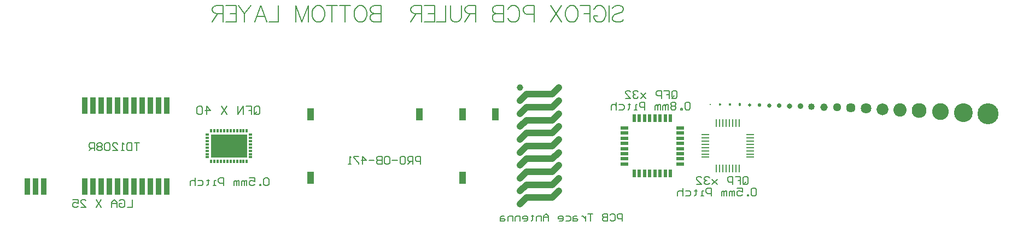
<source format=gbl>
%FSLAX43Y43*%
%MOMM*%
G71*
G01*
G75*
G04 Layer_Physical_Order=2*
G04 Layer_Color=16711680*
%ADD10R,0.250X0.800*%
%ADD11R,0.800X0.250*%
%ADD12R,1.300X1.200*%
%ADD13R,1.600X0.900*%
%ADD14R,2.800X1.000*%
%ADD15R,2.800X1.000*%
%ADD16R,1.200X1.800*%
%ADD17R,1.200X1.400*%
%ADD18R,0.900X1.050*%
%ADD19R,1.470X1.270*%
%ADD20R,0.830X0.630*%
%ADD21R,0.600X0.500*%
%ADD22R,0.900X0.600*%
%ADD23R,0.300X0.300*%
%ADD24R,0.800X0.900*%
%ADD25R,0.550X1.200*%
%ADD26R,1.143X0.254*%
%ADD27R,0.254X1.143*%
%ADD28R,4.826X5.715*%
%ADD29R,1.600X3.000*%
%ADD30R,2.400X2.400*%
%ADD31R,3.800X2.800*%
%ADD32R,0.400X0.750*%
%ADD33R,1.219X2.235*%
%ADD34R,3.600X2.200*%
%ADD35R,5.334X1.930*%
%ADD36R,2.210X0.610*%
%ADD37R,0.580X1.200*%
%ADD38R,2.000X2.000*%
%ADD39R,1.000X1.400*%
%ADD40C,1.000*%
%ADD41R,0.350X0.350*%
%ADD42R,1.800X1.400*%
%ADD43R,2.100X1.400*%
%ADD44R,1.600X0.350*%
%ADD45R,1.200X0.800*%
%ADD46C,1.000*%
%ADD47C,0.152*%
%ADD48R,2.400X2.400*%
%ADD49R,0.300X3.000*%
%ADD50R,0.200X1.000*%
%ADD51R,0.200X2.000*%
%ADD52R,0.300X3.500*%
%ADD53R,0.300X1.500*%
%ADD54R,0.300X2.500*%
%ADD55R,9.398X1.016*%
%ADD56R,9.398X0.762*%
%ADD57R,9.398X0.610*%
%ADD58R,9.398X0.457*%
%ADD59R,9.398X0.305*%
%ADD60R,9.398X0.254*%
%ADD61R,9.398X0.203*%
%ADD62R,9.398X0.152*%
%ADD63R,0.330X0.686*%
%ADD64R,0.400X0.750*%
%ADD65C,0.321*%
%ADD66C,0.361*%
%ADD67C,0.405*%
%ADD68C,0.455*%
%ADD69C,0.511*%
%ADD70C,0.573*%
%ADD71C,0.644*%
%ADD72C,0.723*%
%ADD73C,0.812*%
%ADD74C,0.912*%
%ADD75C,1.020*%
%ADD76C,1.150*%
%ADD77C,1.290*%
%ADD78C,1.450*%
%ADD79C,1.630*%
%ADD80C,1.830*%
%ADD81C,2.050*%
%ADD82C,2.300*%
%ADD83C,2.590*%
%ADD84C,2.910*%
%ADD85C,3.260*%
%ADD86R,1.270X0.559*%
%ADD87R,0.559X1.270*%
%ADD88R,0.890X2.600*%
%ADD89R,5.600X3.600*%
%ADD90R,0.320X0.600*%
%ADD91R,0.600X0.320*%
%ADD92R,1.000X1.950*%
%ADD93C,0.154*%
%ADD94C,0.200*%
D26*
X115387Y10950D02*
D03*
X115387Y11450D02*
D03*
X115387Y11950D02*
D03*
X115387Y12450D02*
D03*
X115387Y12950D02*
D03*
X115387Y13450D02*
D03*
X115387Y13950D02*
D03*
X115387Y14450D02*
D03*
X108387Y14450D02*
D03*
X108387Y13950D02*
D03*
X108387Y13450D02*
D03*
X108387Y12950D02*
D03*
X108387Y12450D02*
D03*
X108387Y11950D02*
D03*
X108387Y11450D02*
D03*
X108387Y10950D02*
D03*
D27*
X110137Y9200D02*
D03*
X110637Y9200D02*
D03*
X111137Y9200D02*
D03*
X111637Y9200D02*
D03*
X112137Y9200D02*
D03*
X112637Y9200D02*
D03*
X113137Y9200D02*
D03*
X113637Y9200D02*
D03*
X113637Y16200D02*
D03*
X113137Y16200D02*
D03*
X112637Y16200D02*
D03*
X112137Y16200D02*
D03*
X111637Y16200D02*
D03*
X111137Y16200D02*
D03*
X110637Y16200D02*
D03*
X110137Y16200D02*
D03*
D40*
X79694Y3700D02*
D03*
X85694Y5700D02*
D03*
X79694Y5700D02*
D03*
X79694Y7700D02*
D03*
X85694Y7700D02*
D03*
X79694Y9700D02*
D03*
X85694Y9700D02*
D03*
X79694Y11700D02*
D03*
X85694Y11700D02*
D03*
X79694Y13700D02*
D03*
X85694Y13700D02*
D03*
X79694Y15700D02*
D03*
X85694Y15700D02*
D03*
X79694Y17700D02*
D03*
X85694Y17700D02*
D03*
X79694Y19700D02*
D03*
X85694Y19700D02*
D03*
X79694Y21700D02*
D03*
X85694Y21700D02*
D03*
D46*
X79694Y3700D02*
X79694Y3700D01*
X80694Y4700D01*
X84694Y4700D01*
X85694Y5700D01*
X84694Y6700D02*
X85694Y7700D01*
X80694Y6700D02*
X84694Y6700D01*
X79694Y5700D02*
X80694Y6700D01*
X84694Y8700D02*
X85694Y9700D01*
X80694Y8700D02*
X84694Y8700D01*
X79694Y7700D02*
X80694Y8700D01*
X84694Y10700D02*
X85694Y11700D01*
X80694Y10700D02*
X84694Y10700D01*
X79694Y9700D02*
X80694Y10700D01*
X84694Y12700D02*
X85694Y13700D01*
X80694Y12700D02*
X84694Y12700D01*
X79694Y11700D02*
X80694Y12700D01*
X84694Y14700D02*
X85694Y15700D01*
X80694Y14700D02*
X84694Y14700D01*
X79694Y13700D02*
X80694Y14700D01*
X84694Y16700D02*
X85694Y17700D01*
X80694Y16700D02*
X84694Y16700D01*
X79694Y15700D02*
X80694Y16700D01*
X84694Y18700D02*
X85694Y19700D01*
X80694Y18700D02*
X84694Y18700D01*
X79694Y17700D02*
X80694Y18700D01*
X84694Y20700D02*
X85694Y21700D01*
X80694Y20700D02*
X84694Y20700D01*
X79694Y19700D02*
X80694Y20700D01*
D47*
X94065Y34054D02*
X94307Y34296D01*
X94670Y34416D01*
X95153Y34416D01*
X95516Y34296D01*
X95758Y34054D01*
X95758Y33812D01*
X95637Y33570D01*
X95516Y33449D01*
X95274Y33328D01*
X94549Y33086D01*
X94307Y32965D01*
X94186Y32844D01*
X94065Y32603D01*
X94065Y32240D01*
X94307Y31998D01*
X94670Y31877D01*
X95153Y31877D01*
X95516Y31998D01*
X95758Y32240D01*
X93497Y34416D02*
X93497Y31877D01*
X91151Y33812D02*
X91272Y34054D01*
X91513Y34296D01*
X91755Y34416D01*
X92239Y34416D01*
X92481Y34296D01*
X92723Y34054D01*
X92844Y33812D01*
X92965Y33449D01*
X92965Y32844D01*
X92844Y32482D01*
X92723Y32240D01*
X92481Y31998D01*
X92239Y31877D01*
X91755Y31877D01*
X91513Y31998D01*
X91272Y32240D01*
X91151Y32482D01*
X91151Y32844D01*
X91755Y32844D02*
X91151Y32844D01*
X90570Y34416D02*
X90570Y31877D01*
X90570Y34416D02*
X88998Y34416D01*
X90570Y33207D02*
X89603Y33207D01*
X87982Y34416D02*
X88224Y34296D01*
X88466Y34054D01*
X88587Y33812D01*
X88708Y33449D01*
X88708Y32844D01*
X88587Y32482D01*
X88466Y32240D01*
X88224Y31998D01*
X87982Y31877D01*
X87499Y31877D01*
X87257Y31998D01*
X87015Y32240D01*
X86894Y32482D01*
X86773Y32844D01*
X86773Y33449D01*
X86894Y33812D01*
X87015Y34054D01*
X87257Y34296D01*
X87499Y34416D01*
X87982Y34416D01*
X86181Y34416D02*
X84488Y31877D01*
X84488Y34416D02*
X86181Y31877D01*
X81924Y33086D02*
X80836Y33086D01*
X80473Y33207D01*
X80352Y33328D01*
X80231Y33570D01*
X80231Y33933D01*
X80352Y34175D01*
X80473Y34296D01*
X80836Y34416D01*
X81924Y34416D01*
X81924Y31877D01*
X77849Y33812D02*
X77970Y34054D01*
X78212Y34296D01*
X78453Y34416D01*
X78937Y34416D01*
X79179Y34296D01*
X79421Y34054D01*
X79542Y33812D01*
X79663Y33449D01*
X79663Y32844D01*
X79542Y32482D01*
X79421Y32240D01*
X79179Y31998D01*
X78937Y31877D01*
X78453Y31877D01*
X78212Y31998D01*
X77970Y32240D01*
X77849Y32482D01*
X77135Y34416D02*
X77135Y31877D01*
X77135Y34416D02*
X76047Y34416D01*
X75684Y34296D01*
X75563Y34175D01*
X75442Y33933D01*
X75442Y33691D01*
X75563Y33449D01*
X75684Y33328D01*
X76047Y33207D01*
X77135Y33207D02*
X76047Y33207D01*
X75684Y33086D01*
X75563Y32965D01*
X75442Y32723D01*
X75442Y32361D01*
X75563Y32119D01*
X75684Y31998D01*
X76047Y31877D01*
X77135Y31877D01*
X72879Y34416D02*
X72879Y31877D01*
X72879Y34416D02*
X71790Y34416D01*
X71428Y34296D01*
X71307Y34175D01*
X71186Y33933D01*
X71186Y33691D01*
X71307Y33449D01*
X71428Y33328D01*
X71790Y33207D01*
X72879Y33207D01*
X72032Y33207D02*
X71186Y31877D01*
X70617Y34416D02*
X70617Y32603D01*
X70496Y32240D01*
X70255Y31998D01*
X69892Y31877D01*
X69650Y31877D01*
X69287Y31998D01*
X69045Y32240D01*
X68924Y32603D01*
X68924Y34416D01*
X68223Y34416D02*
X68223Y31877D01*
X66772Y31877D01*
X64922Y34416D02*
X66494Y34416D01*
X66494Y31877D01*
X64922Y31877D01*
X66494Y33207D02*
X65526Y33207D01*
X64499Y34416D02*
X64499Y31877D01*
X64499Y34416D02*
X63410Y34416D01*
X63047Y34296D01*
X62926Y34175D01*
X62806Y33933D01*
X62806Y33691D01*
X62926Y33449D01*
X63047Y33328D01*
X63410Y33207D01*
X64499Y33207D01*
X63652Y33207D02*
X62806Y31877D01*
X58247Y34416D02*
X58247Y31877D01*
X58247Y34416D02*
X57158Y34416D01*
X56796Y34296D01*
X56675Y34175D01*
X56554Y33933D01*
X56554Y33691D01*
X56675Y33449D01*
X56796Y33328D01*
X57158Y33207D01*
X58247Y33207D02*
X57158Y33207D01*
X56796Y33086D01*
X56675Y32965D01*
X56554Y32723D01*
X56554Y32361D01*
X56675Y32119D01*
X56796Y31998D01*
X57158Y31877D01*
X58247Y31877D01*
X55260Y34416D02*
X55502Y34296D01*
X55743Y34054D01*
X55864Y33812D01*
X55985Y33449D01*
X55985Y32844D01*
X55864Y32482D01*
X55743Y32240D01*
X55502Y31998D01*
X55260Y31877D01*
X54776Y31877D01*
X54534Y31998D01*
X54292Y32240D01*
X54171Y32482D01*
X54050Y32844D01*
X54050Y33449D01*
X54171Y33812D01*
X54292Y34054D01*
X54534Y34296D01*
X54776Y34416D01*
X55260Y34416D01*
X52611Y34416D02*
X52611Y31877D01*
X53458Y34416D02*
X51765Y34416D01*
X50616Y34416D02*
X50616Y31877D01*
X51463Y34416D02*
X49770Y34416D01*
X48742Y34416D02*
X48984Y34296D01*
X49225Y34054D01*
X49346Y33812D01*
X49467Y33449D01*
X49467Y32844D01*
X49346Y32482D01*
X49225Y32240D01*
X48984Y31998D01*
X48742Y31877D01*
X48258Y31877D01*
X48016Y31998D01*
X47774Y32240D01*
X47653Y32482D01*
X47533Y32844D01*
X47533Y33449D01*
X47653Y33812D01*
X47774Y34054D01*
X48016Y34296D01*
X48258Y34416D01*
X48742Y34416D01*
X46940Y34416D02*
X46940Y31877D01*
X46940Y34416D02*
X45973Y31877D01*
X45005Y34416D02*
X45973Y31877D01*
X45005Y34416D02*
X45005Y31877D01*
X42284Y34416D02*
X42284Y31877D01*
X40833Y31877D01*
X38620Y31877D02*
X39588Y34416D01*
X40555Y31877D01*
X40192Y32723D02*
X38983Y32723D01*
X38028Y34416D02*
X37060Y33207D01*
X37060Y31877D01*
X36093Y34416D02*
X37060Y33207D01*
X34194Y34416D02*
X35766Y34416D01*
X35766Y31877D01*
X34194Y31877D01*
X35766Y33207D02*
X34799Y33207D01*
X33771Y34416D02*
X33771Y31877D01*
X33771Y34416D02*
X32683Y34416D01*
X32320Y34296D01*
X32199Y34175D01*
X32078Y33933D01*
X32078Y33691D01*
X32199Y33449D01*
X32320Y33328D01*
X32683Y33207D01*
X33771Y33207D01*
X32925Y33207D02*
X32078Y31877D01*
D65*
X109220Y19143D02*
D03*
D66*
X110744Y19124D02*
D03*
D67*
X112268Y19102D02*
D03*
D68*
X113792Y19076D02*
D03*
D69*
X115316Y19049D02*
D03*
D70*
X116840Y19017D02*
D03*
D71*
X118364Y18982D02*
D03*
D72*
X119888Y18943D02*
D03*
D73*
X121455Y18898D02*
D03*
D74*
X123118Y18848D02*
D03*
D75*
X124883Y18794D02*
D03*
D76*
X126769Y18729D02*
D03*
D77*
X128788Y18659D02*
D03*
D78*
X130959Y18579D02*
D03*
D79*
X133298Y18489D02*
D03*
D80*
X135829Y18389D02*
D03*
D81*
X138568Y18279D02*
D03*
D82*
X141544Y18154D02*
D03*
D83*
X144788Y18009D02*
D03*
D84*
X148339Y17849D02*
D03*
D85*
X152223Y17674D02*
D03*
D86*
X104496Y15500D02*
D03*
X104496Y14700D02*
D03*
X104496Y13900D02*
D03*
X104496Y13100D02*
D03*
X104496Y12300D02*
D03*
X104496Y11500D02*
D03*
X104496Y10700D02*
D03*
X104496Y9900D02*
D03*
X95910Y9900D02*
D03*
X95910Y10700D02*
D03*
X95910Y11500D02*
D03*
X95910Y12300D02*
D03*
X95910Y13100D02*
D03*
X95910Y13900D02*
D03*
X95910Y14700D02*
D03*
X95910Y15500D02*
D03*
D87*
X103003Y8407D02*
D03*
X102203Y8407D02*
D03*
X101403Y8407D02*
D03*
X100603Y8407D02*
D03*
X99803Y8407D02*
D03*
X99003Y8407D02*
D03*
X98203Y8407D02*
D03*
X97403Y8407D02*
D03*
X97403Y16993D02*
D03*
X98203Y16993D02*
D03*
X99003Y16993D02*
D03*
X99803Y16993D02*
D03*
X100603Y16993D02*
D03*
X101403Y16993D02*
D03*
X102203Y16993D02*
D03*
X103003Y16993D02*
D03*
D88*
X3414Y6450D02*
D03*
X4684Y6450D02*
D03*
X5954Y6450D02*
D03*
X12334Y6450D02*
D03*
X13604Y6450D02*
D03*
X14874Y6450D02*
D03*
X16144Y6450D02*
D03*
X17414Y6450D02*
D03*
X18684Y6450D02*
D03*
X19954Y6450D02*
D03*
X21224Y6450D02*
D03*
X22494Y6450D02*
D03*
X23764Y6450D02*
D03*
X25034Y6450D02*
D03*
X25034Y18950D02*
D03*
X23764Y18950D02*
D03*
X22494Y18950D02*
D03*
X21224Y18950D02*
D03*
X19954Y18950D02*
D03*
X18684Y18950D02*
D03*
X17414Y18950D02*
D03*
X16144Y18950D02*
D03*
X14874Y18950D02*
D03*
X13604Y18950D02*
D03*
X12334Y18950D02*
D03*
D89*
X34659Y12700D02*
D03*
D90*
X37409Y15050D02*
D03*
X36909Y15050D02*
D03*
X36409Y15050D02*
D03*
X35909Y15050D02*
D03*
X35409Y15050D02*
D03*
X34909Y15050D02*
D03*
X34409Y15050D02*
D03*
X33909Y15050D02*
D03*
X33409Y15050D02*
D03*
X32909Y15050D02*
D03*
X32409Y15050D02*
D03*
X31909Y15050D02*
D03*
X31909Y10350D02*
D03*
X32409Y10350D02*
D03*
X32909Y10350D02*
D03*
X33409Y10350D02*
D03*
X33909Y10350D02*
D03*
X34409Y10350D02*
D03*
X34909Y10350D02*
D03*
X35409Y10350D02*
D03*
X35909Y10350D02*
D03*
X36409Y10350D02*
D03*
X36909Y10350D02*
D03*
X37409Y10350D02*
D03*
D91*
X31309Y14450D02*
D03*
X31309Y13950D02*
D03*
X31309Y13450D02*
D03*
X31309Y12950D02*
D03*
X31309Y12450D02*
D03*
X31309Y11950D02*
D03*
X31309Y11450D02*
D03*
X31309Y10950D02*
D03*
X38009Y10950D02*
D03*
X38009Y11450D02*
D03*
X38009Y11950D02*
D03*
X38009Y12450D02*
D03*
X38009Y12950D02*
D03*
X38009Y13450D02*
D03*
X38009Y13950D02*
D03*
X38009Y14450D02*
D03*
D92*
X75895Y17600D02*
D03*
X70795Y17600D02*
D03*
X64095Y17600D02*
D03*
X47295Y17600D02*
D03*
X47295Y7800D02*
D03*
X70795Y7800D02*
D03*
D93*
X20803Y13163D02*
X20003Y13163D01*
X20403Y13163D01*
X20403Y11963D01*
X19603Y13163D02*
X19603Y11963D01*
X19003Y11963D01*
X18803Y12163D01*
X18803Y12963D01*
X19003Y13163D01*
X19603Y13163D01*
X18403Y11963D02*
X18004Y11963D01*
X18203Y11963D01*
X18203Y13163D01*
X18403Y12963D01*
X16604Y11963D02*
X17404Y11963D01*
X16604Y12763D01*
X16604Y12963D01*
X16804Y13163D01*
X17204Y13163D01*
X17404Y12963D01*
X16204Y12963D02*
X16004Y13163D01*
X15604Y13163D01*
X15404Y12963D01*
X15404Y12163D01*
X15604Y11963D01*
X16004Y11963D01*
X16204Y12163D01*
X16204Y12963D01*
X15004Y12963D02*
X14805Y13163D01*
X14405Y13163D01*
X14205Y12963D01*
X14205Y12763D01*
X14405Y12563D01*
X14205Y12363D01*
X14205Y12163D01*
X14405Y11963D01*
X14805Y11963D01*
X15004Y12163D01*
X15004Y12363D01*
X14805Y12563D01*
X15004Y12763D01*
X15004Y12963D01*
X14805Y12563D02*
X14405Y12563D01*
X13805Y11963D02*
X13805Y13163D01*
X13205Y13163D01*
X13005Y12963D01*
X13005Y12563D01*
X13205Y12363D01*
X13805Y12363D01*
X13405Y12363D02*
X13005Y11963D01*
X19685Y4375D02*
X19685Y3175D01*
X18885Y3175D01*
X17686Y4175D02*
X17886Y4375D01*
X18285Y4375D01*
X18485Y4175D01*
X18485Y3375D01*
X18285Y3175D01*
X17886Y3175D01*
X17686Y3375D01*
X17686Y3775D01*
X18086Y3775D01*
X17286Y3175D02*
X17286Y3975D01*
X16886Y4375D01*
X16486Y3975D01*
X16486Y3175D01*
X16486Y3775D01*
X17286Y3775D01*
X14887Y4375D02*
X14087Y3175D01*
X14087Y4375D02*
X14887Y3175D01*
X11688Y3175D02*
X12487Y3175D01*
X11688Y3975D01*
X11688Y4175D01*
X11888Y4375D01*
X12287Y4375D01*
X12487Y4175D01*
X10488Y4375D02*
X11288Y4375D01*
X11288Y3775D01*
X10888Y3975D01*
X10688Y3975D01*
X10488Y3775D01*
X10488Y3375D01*
X10688Y3175D01*
X11088Y3175D01*
X11288Y3375D01*
X40818Y7553D02*
X40618Y7753D01*
X40218Y7753D01*
X40018Y7553D01*
X40018Y6753D01*
X40218Y6553D01*
X40618Y6553D01*
X40818Y6753D01*
X40818Y7553D01*
X39618Y6553D02*
X39618Y6753D01*
X39418Y6753D01*
X39418Y6553D01*
X39618Y6553D01*
X37819Y7753D02*
X38619Y7753D01*
X38619Y7153D01*
X38219Y7353D01*
X38019Y7353D01*
X37819Y7153D01*
X37819Y6753D01*
X38019Y6553D01*
X38419Y6553D01*
X38619Y6753D01*
X37419Y6553D02*
X37419Y7353D01*
X37219Y7353D01*
X37019Y7153D01*
X37019Y6553D01*
X37019Y7153D01*
X36819Y7353D01*
X36619Y7153D01*
X36619Y6553D01*
X36219Y6553D02*
X36219Y7353D01*
X36019Y7353D01*
X35819Y7153D01*
X35819Y6553D01*
X35819Y7153D01*
X35619Y7353D01*
X35420Y7153D01*
X35420Y6553D01*
X33820Y6553D02*
X33820Y7753D01*
X33220Y7753D01*
X33020Y7553D01*
X33020Y7153D01*
X33220Y6953D01*
X33820Y6953D01*
X32620Y6553D02*
X32221Y6553D01*
X32421Y6553D01*
X32421Y7353D01*
X32620Y7353D01*
X31421Y7553D02*
X31421Y7353D01*
X31621Y7353D01*
X31221Y7353D01*
X31421Y7353D01*
X31421Y6753D01*
X31221Y6553D01*
X29821Y7353D02*
X30421Y7353D01*
X30621Y7153D01*
X30621Y6753D01*
X30421Y6553D01*
X29821Y6553D01*
X29421Y7753D02*
X29421Y6553D01*
X29421Y7153D01*
X29222Y7353D01*
X28822Y7353D01*
X28622Y7153D01*
X28622Y6553D01*
X116332Y5953D02*
X116132Y6153D01*
X115732Y6153D01*
X115532Y5953D01*
X115532Y5153D01*
X115732Y4953D01*
X116132Y4953D01*
X116332Y5153D01*
X116332Y5953D01*
X115132Y4953D02*
X115132Y5153D01*
X114932Y5153D01*
X114932Y4953D01*
X115132Y4953D01*
X113333Y6153D02*
X114133Y6153D01*
X114133Y5553D01*
X113733Y5753D01*
X113533Y5753D01*
X113333Y5553D01*
X113333Y5153D01*
X113533Y4953D01*
X113933Y4953D01*
X114133Y5153D01*
X112933Y4953D02*
X112933Y5753D01*
X112733Y5753D01*
X112533Y5553D01*
X112533Y4953D01*
X112533Y5553D01*
X112333Y5753D01*
X112133Y5553D01*
X112133Y4953D01*
X111733Y4953D02*
X111733Y5753D01*
X111534Y5753D01*
X111334Y5553D01*
X111334Y4953D01*
X111334Y5553D01*
X111134Y5753D01*
X110934Y5553D01*
X110934Y4953D01*
X109334Y4953D02*
X109334Y6153D01*
X108734Y6153D01*
X108535Y5953D01*
X108535Y5553D01*
X108734Y5353D01*
X109334Y5353D01*
X108135Y4953D02*
X107735Y4953D01*
X107935Y4953D01*
X107935Y5753D01*
X108135Y5753D01*
X106935Y5953D02*
X106935Y5753D01*
X107135Y5753D01*
X106735Y5753D01*
X106935Y5753D01*
X106935Y5153D01*
X106735Y4953D01*
X105336Y5753D02*
X105935Y5753D01*
X106135Y5553D01*
X106135Y5153D01*
X105935Y4953D01*
X105336Y4953D01*
X104936Y6153D02*
X104936Y4953D01*
X104936Y5553D01*
X104736Y5753D01*
X104336Y5753D01*
X104136Y5553D01*
X104136Y4953D01*
X106045Y19288D02*
X105845Y19488D01*
X105445Y19488D01*
X105245Y19288D01*
X105245Y18488D01*
X105445Y18288D01*
X105845Y18288D01*
X106045Y18488D01*
X106045Y19288D01*
X104845Y18288D02*
X104845Y18488D01*
X104645Y18488D01*
X104645Y18288D01*
X104845Y18288D01*
X103846Y19288D02*
X103646Y19488D01*
X103246Y19488D01*
X103046Y19288D01*
X103046Y19088D01*
X103246Y18888D01*
X103046Y18688D01*
X103046Y18488D01*
X103246Y18288D01*
X103646Y18288D01*
X103846Y18488D01*
X103846Y18688D01*
X103646Y18888D01*
X103846Y19088D01*
X103846Y19288D01*
X103646Y18888D02*
X103246Y18888D01*
X102646Y18288D02*
X102646Y19088D01*
X102446Y19088D01*
X102246Y18888D01*
X102246Y18288D01*
X102246Y18888D01*
X102046Y19088D01*
X101846Y18888D01*
X101846Y18288D01*
X101446Y18288D02*
X101446Y19088D01*
X101247Y19088D01*
X101047Y18888D01*
X101047Y18288D01*
X101047Y18888D01*
X100847Y19088D01*
X100647Y18888D01*
X100647Y18288D01*
X99047Y18288D02*
X99047Y19488D01*
X98447Y19488D01*
X98248Y19288D01*
X98248Y18888D01*
X98447Y18688D01*
X99047Y18688D01*
X97848Y18288D02*
X97448Y18288D01*
X97648Y18288D01*
X97648Y19088D01*
X97848Y19088D01*
X96648Y19288D02*
X96648Y19088D01*
X96848Y19088D01*
X96448Y19088D01*
X96648Y19088D01*
X96648Y18488D01*
X96448Y18288D01*
X95049Y19088D02*
X95648Y19088D01*
X95848Y18888D01*
X95848Y18488D01*
X95648Y18288D01*
X95049Y18288D01*
X94649Y19488D02*
X94649Y18288D01*
X94649Y18888D01*
X94449Y19088D01*
X94049Y19088D01*
X93849Y18888D01*
X93849Y18288D01*
X114262Y6931D02*
X114262Y7731D01*
X114462Y7931D01*
X114862Y7931D01*
X115062Y7731D01*
X115062Y6931D01*
X114862Y6731D01*
X114462Y6731D01*
X114662Y7131D02*
X114262Y6731D01*
X114462Y6731D02*
X114262Y6931D01*
X113063Y7931D02*
X113862Y7931D01*
X113862Y7331D01*
X113463Y7331D01*
X113862Y7331D01*
X113862Y6731D01*
X112663Y6731D02*
X112663Y7931D01*
X112063Y7931D01*
X111863Y7731D01*
X111863Y7331D01*
X112063Y7131D01*
X112663Y7131D01*
X110264Y7531D02*
X109464Y6731D01*
X109864Y7131D01*
X109464Y7531D01*
X110264Y6731D01*
X109064Y7731D02*
X108864Y7931D01*
X108464Y7931D01*
X108264Y7731D01*
X108264Y7531D01*
X108464Y7331D01*
X108664Y7331D01*
X108464Y7331D01*
X108264Y7131D01*
X108264Y6931D01*
X108464Y6731D01*
X108864Y6731D01*
X109064Y6931D01*
X107065Y6731D02*
X107864Y6731D01*
X107065Y7531D01*
X107065Y7731D01*
X107265Y7931D01*
X107664Y7931D01*
X107864Y7731D01*
X103213Y20266D02*
X103213Y21066D01*
X103413Y21266D01*
X103813Y21266D01*
X104013Y21066D01*
X104013Y20266D01*
X103813Y20066D01*
X103413Y20066D01*
X103613Y20466D02*
X103213Y20066D01*
X103413Y20066D02*
X103213Y20266D01*
X102014Y21266D02*
X102813Y21266D01*
X102813Y20666D01*
X102414Y20666D01*
X102813Y20666D01*
X102813Y20066D01*
X101614Y20066D02*
X101614Y21266D01*
X101014Y21266D01*
X100814Y21066D01*
X100814Y20666D01*
X101014Y20466D01*
X101614Y20466D01*
X99215Y20866D02*
X98415Y20066D01*
X98815Y20466D01*
X98415Y20866D01*
X99215Y20066D01*
X98015Y21066D02*
X97815Y21266D01*
X97415Y21266D01*
X97215Y21066D01*
X97215Y20866D01*
X97415Y20666D01*
X97615Y20666D01*
X97415Y20666D01*
X97215Y20466D01*
X97215Y20266D01*
X97415Y20066D01*
X97815Y20066D01*
X98015Y20266D01*
X96016Y20066D02*
X96815Y20066D01*
X96016Y20866D01*
X96016Y21066D01*
X96216Y21266D01*
X96615Y21266D01*
X96815Y21066D01*
X64338Y9881D02*
X64338Y11080D01*
X63738Y11080D01*
X63538Y10880D01*
X63538Y10480D01*
X63738Y10280D01*
X64338Y10280D01*
X63139Y9881D02*
X63139Y11080D01*
X62539Y11080D01*
X62339Y10880D01*
X62339Y10480D01*
X62539Y10280D01*
X63139Y10280D01*
X62739Y10280D02*
X62339Y9881D01*
X61339Y11080D02*
X61739Y11080D01*
X61939Y10880D01*
X61939Y10081D01*
X61739Y9881D01*
X61339Y9881D01*
X61139Y10081D01*
X61139Y10880D01*
X61339Y11080D01*
X60739Y10480D02*
X59940Y10480D01*
X58940Y11080D02*
X59340Y11080D01*
X59540Y10880D01*
X59540Y10081D01*
X59340Y9881D01*
X58940Y9881D01*
X58740Y10081D01*
X58740Y10880D01*
X58940Y11080D01*
X58340Y11080D02*
X58340Y9881D01*
X57740Y9881D01*
X57540Y10081D01*
X57540Y10280D01*
X57740Y10480D01*
X58340Y10480D01*
X57740Y10480D01*
X57540Y10680D01*
X57540Y10880D01*
X57740Y11080D01*
X58340Y11080D01*
X57141Y10480D02*
X56341Y10480D01*
X55341Y9881D02*
X55341Y11080D01*
X55941Y10480D01*
X55141Y10480D01*
X54741Y11080D02*
X53942Y11080D01*
X53942Y10880D01*
X54741Y10081D01*
X54741Y9881D01*
X53542Y9881D02*
X53142Y9881D01*
X53342Y9881D01*
X53342Y11080D01*
X53542Y10880D01*
X95555Y1067D02*
X95555Y2209D01*
X94983Y2209D01*
X94793Y2019D01*
X94793Y1638D01*
X94983Y1448D01*
X95555Y1448D01*
X93650Y2019D02*
X93841Y2209D01*
X94222Y2209D01*
X94412Y2019D01*
X94412Y1257D01*
X94222Y1067D01*
X93841Y1067D01*
X93650Y1257D01*
X93270Y2209D02*
X93270Y1067D01*
X92698Y1067D01*
X92508Y1257D01*
X92508Y1448D01*
X92698Y1638D01*
X93270Y1638D01*
X92698Y1638D01*
X92508Y1829D01*
X92508Y2019D01*
X92698Y2209D01*
X93270Y2209D01*
X90984Y2209D02*
X90223Y2209D01*
X90603Y2209D01*
X90603Y1067D01*
X89842Y1829D02*
X89842Y1067D01*
X89842Y1448D01*
X89651Y1638D01*
X89461Y1829D01*
X89270Y1829D01*
X88509Y1829D02*
X88128Y1829D01*
X87937Y1638D01*
X87937Y1067D01*
X88509Y1067D01*
X88699Y1257D01*
X88509Y1448D01*
X87937Y1448D01*
X86795Y1829D02*
X87366Y1829D01*
X87556Y1638D01*
X87556Y1257D01*
X87366Y1067D01*
X86795Y1067D01*
X85842Y1067D02*
X86223Y1067D01*
X86414Y1257D01*
X86414Y1638D01*
X86223Y1829D01*
X85842Y1829D01*
X85652Y1638D01*
X85652Y1448D01*
X86414Y1448D01*
X84128Y1067D02*
X84128Y1829D01*
X83748Y2209D01*
X83367Y1829D01*
X83367Y1067D01*
X83367Y1638D01*
X84128Y1638D01*
X82986Y1067D02*
X82986Y1829D01*
X82415Y1829D01*
X82224Y1638D01*
X82224Y1067D01*
X81653Y2019D02*
X81653Y1829D01*
X81843Y1829D01*
X81462Y1829D01*
X81653Y1829D01*
X81653Y1257D01*
X81462Y1067D01*
X80320Y1067D02*
X80701Y1067D01*
X80891Y1257D01*
X80891Y1638D01*
X80701Y1829D01*
X80320Y1829D01*
X80129Y1638D01*
X80129Y1448D01*
X80891Y1448D01*
X79748Y1067D02*
X79748Y1829D01*
X79177Y1829D01*
X78987Y1638D01*
X78987Y1067D01*
X78606Y1067D02*
X78606Y1829D01*
X78034Y1829D01*
X77844Y1638D01*
X77844Y1067D01*
X77273Y1829D02*
X76892Y1829D01*
X76701Y1638D01*
X76701Y1067D01*
X77273Y1067D01*
X77463Y1257D01*
X77273Y1448D01*
X76701Y1448D01*
D94*
X38600Y17788D02*
X38600Y18635D01*
X38811Y18846D01*
X39235Y18846D01*
X39446Y18635D01*
X39446Y17788D01*
X39235Y17577D01*
X38811Y17577D01*
X39023Y18000D02*
X38600Y17577D01*
X38811Y17577D02*
X38600Y17788D01*
X37330Y18846D02*
X38177Y18846D01*
X38177Y18212D01*
X37753Y18212D01*
X38177Y18212D01*
X38177Y17577D01*
X36907Y17577D02*
X36907Y18846D01*
X36061Y17577D01*
X36061Y18846D01*
X34368Y18846D02*
X33521Y17577D01*
X33521Y18846D02*
X34368Y17577D01*
X31194Y17577D02*
X31194Y18846D01*
X31829Y18212D01*
X30982Y18212D01*
X30559Y18635D02*
X30347Y18846D01*
X29924Y18846D01*
X29713Y18635D01*
X29713Y17788D01*
X29924Y17577D01*
X30347Y17577D01*
X30559Y17788D01*
X30559Y18635D01*
M02*

</source>
